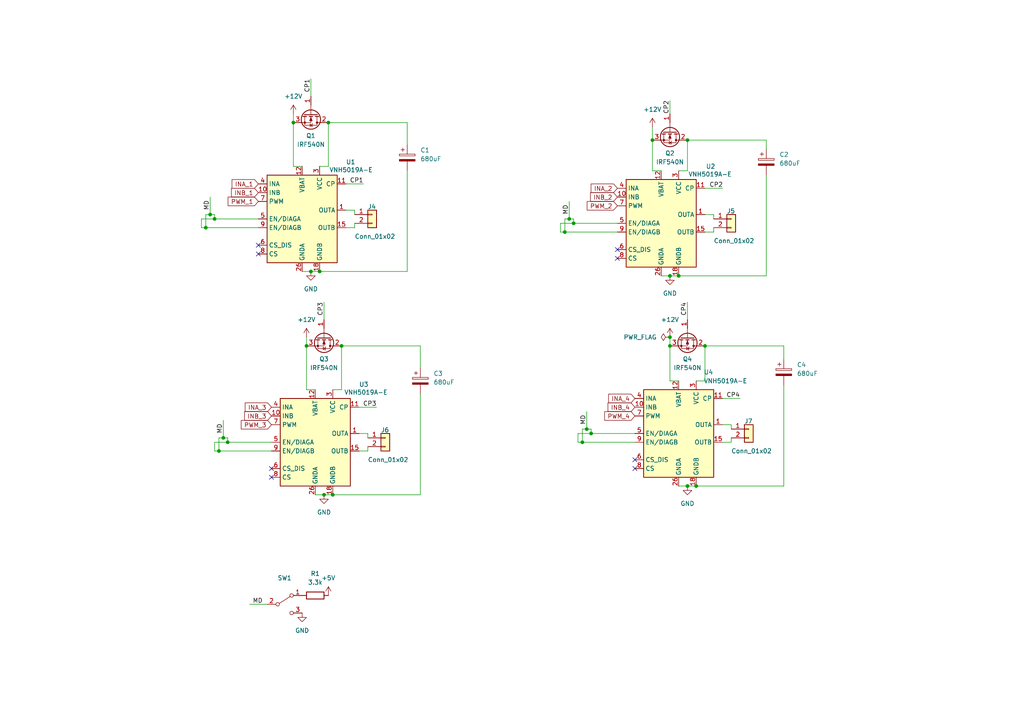
<source format=kicad_sch>
(kicad_sch (version 20231120) (generator "eeschema") (generator_version "8.0")
  (paper "A4")
  (lib_symbols
    (symbol "Connector_Generic:Conn_01x02" (pin_names (offset 1.016) hide)
      (property "Reference" "J" (at 0 2.54 0))
      (property "Value" "Conn_01x02" (at 0 -5.08 0))
      (symbol "Conn_01x02_1_1"
        (rectangle (start -1.27 -2.413) (end 0 -2.667) (stroke (width 0.1524)))
        (rectangle (start -1.27 0.127) (end 0 -0.127) (stroke (width 0.1524)))
        (rectangle (start -1.27 1.27) (end 1.27 -3.81) (stroke (width 0.254)) (fill (type background)))
        (pin passive line (at -5.08 0 0) (length 3.81) (name "Pin_1") (number "1"))
        (pin passive line (at -5.08 -2.54 0) (length 3.81) (name "Pin_2") (number "2"))
      )
    )
    (symbol "Device:C_Polarized" (pin_numbers hide) (pin_names (offset 0.254))
      (property "Reference" "C" (at 0.635 2.54 0))
      (property "Value" "C_Polarized" (at 0.635 -2.54 0))
      (symbol "C_Polarized_0_1"
        (rectangle (start -2.286 0.508) (end 2.286 1.016))
        (polyline (pts (xy -1.778 2.286) (xy -0.762 2.286)))
        (polyline (pts (xy -1.27 2.794) (xy -1.27 1.778)))
        (rectangle (start 2.286 -0.508) (end -2.286 -1.016) (fill (type outline)))
      )
      (symbol "C_Polarized_1_1"
        (pin passive line (at 0 3.81 270) (length 2.794) (name "~") (number "1"))
        (pin passive line (at 0 -3.81 90) (length 2.794) (name "~") (number "2"))
      )
    )
    (symbol "Device:R" (pin_numbers hide) (pin_names (offset 0))
      (property "Reference" "R" (at 2.032 0 90))
      (property "Value" "R" (at 0 0 90))
      (symbol "R_0_1"
        (rectangle (start -1.016 -2.54) (end 1.016 2.54) (stroke (width 0.254)))
      )
      (symbol "R_1_1"
        (pin passive line (at 0 3.81 270) (length 1.27) (name "~") (number "1"))
        (pin passive line (at 0 -3.81 90) (length 1.27) (name "~") (number "2"))
      )
    )
    (symbol "Driver_Motor:VNH5019A-E"
      (property "Reference" "U" (at -7.62 13.97 0))
      (property "Value" "VNH5019A-E" (at 12.7 13.97 0))
      (symbol "VNH5019A-E_0_1"
        (rectangle (start -10.16 12.7) (end 10.16 -12.7) (stroke (width 0.254)) (fill (type background)))
      )
      (symbol "VNH5019A-E_1_1"
        (pin output line (at 12.7 2.54 180) (length 2.54) (name "OUTA") (number "1"))
        (pin input line (at -12.7 7.62 0) (length 2.54) (name "INB") (number "10"))
        (pin output line (at 12.7 10.16 180) (length 2.54) (name "CP") (number "11"))
        (pin power_in line (at 0 15.24 270) (length 2.54) (name "VBAT") (number "12"))
        (pin passive line (at 5.08 15.24 270) (length 2.54) hide (name "VCC") (number "13"))
        (pin no_connect line (at 10.16 -10.16 180) (length 2.54) hide (name "NC") (number "14"))
        (pin output line (at 12.7 -2.54 180) (length 2.54) (name "OUTB") (number "15"))
        (pin passive line (at 12.7 -2.54 180) (length 2.54) hide (name "OUTB") (number "16"))
        (pin no_connect line (at 10.16 -5.08 180) (length 2.54) hide (name "NC") (number "17"))
        (pin power_in line (at 5.08 -15.24 90) (length 2.54) (name "GNDB") (number "18"))
        (pin passive line (at 5.08 -15.24 90) (length 2.54) hide (name "GNDB") (number "19"))
        (pin no_connect line (at 10.16 -7.62 180) (length 2.54) hide (name "NC") (number "2"))
        (pin passive line (at 5.08 -15.24 90) (length 2.54) hide (name "GNDB") (number "20"))
        (pin passive line (at 12.7 -2.54 180) (length 2.54) hide (name "OUTB") (number "21"))
        (pin no_connect line (at 10.16 0 180) (length 2.54) hide (name "NC") (number "22"))
        (pin passive line (at 5.08 15.24 270) (length 2.54) hide (name "VCC") (number "23"))
        (pin no_connect line (at 10.16 5.08 180) (length 2.54) hide (name "NC") (number "24"))
        (pin passive line (at 12.7 2.54 180) (length 2.54) hide (name "OUTA") (number "25"))
        (pin power_in line (at 0 -15.24 90) (length 2.54) (name "GNDA") (number "26"))
        (pin passive line (at 0 -15.24 90) (length 2.54) hide (name "GNDA") (number "27"))
        (pin passive line (at 0 -15.24 90) (length 2.54) hide (name "GNDA") (number "28"))
        (pin no_connect line (at 10.16 7.62 180) (length 2.54) hide (name "NC") (number "29"))
        (pin power_in line (at 5.08 15.24 270) (length 2.54) (name "VCC") (number "3"))
        (pin passive line (at 12.7 2.54 180) (length 2.54) hide (name "OUTA") (number "30"))
        (pin passive line (at 5.08 15.24 270) (length 2.54) hide (name "VCC") (number "31"))
        (pin passive line (at 12.7 -2.54 180) (length 2.54) hide (name "OUTB") (number "32"))
        (pin passive line (at 12.7 2.54 180) (length 2.54) hide (name "OUTA") (number "33"))
        (pin input line (at -12.7 10.16 0) (length 2.54) (name "INA") (number "4"))
        (pin open_collector line (at -12.7 0 0) (length 2.54) (name "EN/DIAGA") (number "5"))
        (pin input line (at -12.7 -7.62 0) (length 2.54) (name "CS_DIS") (number "6"))
        (pin input line (at -12.7 5.08 0) (length 2.54) (name "PWM") (number "7"))
        (pin output line (at -12.7 -10.16 0) (length 2.54) (name "CS") (number "8"))
        (pin open_collector line (at -12.7 -2.54 0) (length 2.54) (name "EN/DIAGB") (number "9"))
      )
    )
    (symbol "IRF540N_1" (pin_names hide)
      (property "Reference" "Q2" (at 6.35 0 90))
      (property "Value" "IRF540N" (at 8.89 0 90))
      (symbol "IRF540N_1_0_1"
        (polyline (pts (xy 0.254 0) (xy -2.54 0)))
        (polyline (pts (xy 0.254 1.905) (xy 0.254 -1.905)) (stroke (width 0.254)))
        (polyline (pts (xy 0.762 -1.27) (xy 0.762 -2.286)) (stroke (width 0.254)))
        (polyline (pts (xy 0.762 0.508) (xy 0.762 -0.508)) (stroke (width 0.254)))
        (polyline (pts (xy 0.762 2.286) (xy 0.762 1.27)) (stroke (width 0.254)))
        (polyline (pts (xy 2.54 2.54) (xy 2.54 1.778)))
        (polyline (pts (xy 2.54 -2.54) (xy 2.54 0) (xy 0.762 0)))
        (polyline (pts (xy 0.762 -1.778) (xy 3.302 -1.778) (xy 3.302 1.778) (xy 0.762 1.778)))
        (polyline (pts (xy 1.016 0) (xy 2.032 0.381) (xy 2.032 -0.381) (xy 1.016 0)) (fill (type outline)))
        (polyline (pts (xy 2.794 0.508) (xy 2.921 0.381) (xy 3.683 0.381) (xy 3.81 0.254)))
        (polyline (pts (xy 3.302 0.381) (xy 2.921 -0.254) (xy 3.683 -0.254) (xy 3.302 0.381)))
        (circle (center 1.651 0) (radius 2.794) (stroke (width 0.254)))
        (circle (center 2.54 -1.778) (radius 0.254) (fill (type outline)))
        (circle (center 2.54 1.778) (radius 0.254) (fill (type outline)))
      )
      (symbol "IRF540N_1_1_1"
        (pin input line (at -5.08 0 0) (length 2.54) (name "G") (number "1"))
        (pin power_out line (at 2.54 5.08 270) (length 2.54) (name "D") (number "2"))
        (pin power_in line (at 2.54 -5.08 90) (length 2.54) (name "S") (number "3"))
      )
    )
    (symbol "IRF540N_2" (pin_names hide)
      (property "Reference" "Q1" (at 6.35 0 90))
      (property "Value" "IRF540N" (at 8.89 0 90))
      (symbol "IRF540N_2_0_1"
        (polyline (pts (xy 0.254 0) (xy -2.54 0)))
        (polyline (pts (xy 0.254 1.905) (xy 0.254 -1.905)) (stroke (width 0.254)))
        (polyline (pts (xy 0.762 -1.27) (xy 0.762 -2.286)) (stroke (width 0.254)))
        (polyline (pts (xy 0.762 0.508) (xy 0.762 -0.508)) (stroke (width 0.254)))
        (polyline (pts (xy 0.762 2.286) (xy 0.762 1.27)) (stroke (width 0.254)))
        (polyline (pts (xy 2.54 2.54) (xy 2.54 1.778)))
        (polyline (pts (xy 2.54 -2.54) (xy 2.54 0) (xy 0.762 0)))
        (polyline (pts (xy 0.762 -1.778) (xy 3.302 -1.778) (xy 3.302 1.778) (xy 0.762 1.778)))
        (polyline (pts (xy 1.016 0) (xy 2.032 0.381) (xy 2.032 -0.381) (xy 1.016 0)) (fill (type outline)))
        (polyline (pts (xy 2.794 0.508) (xy 2.921 0.381) (xy 3.683 0.381) (xy 3.81 0.254)))
        (polyline (pts (xy 3.302 0.381) (xy 2.921 -0.254) (xy 3.683 -0.254) (xy 3.302 0.381)))
        (circle (center 1.651 0) (radius 2.794) (stroke (width 0.254)))
        (circle (center 2.54 -1.778) (radius 0.254) (fill (type outline)))
        (circle (center 2.54 1.778) (radius 0.254) (fill (type outline)))
      )
      (symbol "IRF540N_2_1_1"
        (pin input line (at -5.08 0 0) (length 2.54) (name "G") (number "1"))
        (pin power_out line (at 2.54 5.08 270) (length 2.54) (name "D") (number "2"))
        (pin power_in line (at 2.54 -5.08 90) (length 2.54) (name "S") (number "3"))
      )
    )
    (symbol "IRF540N_3" (pin_names hide)
      (property "Reference" "Q3" (at 6.35 0 90))
      (property "Value" "IRF540N" (at 8.89 0 90))
      (symbol "IRF540N_3_0_1"
        (polyline (pts (xy 0.254 0) (xy -2.54 0)))
        (polyline (pts (xy 0.254 1.905) (xy 0.254 -1.905)) (stroke (width 0.254)))
        (polyline (pts (xy 0.762 -1.27) (xy 0.762 -2.286)) (stroke (width 0.254)))
        (polyline (pts (xy 0.762 0.508) (xy 0.762 -0.508)) (stroke (width 0.254)))
        (polyline (pts (xy 0.762 2.286) (xy 0.762 1.27)) (stroke (width 0.254)))
        (polyline (pts (xy 2.54 2.54) (xy 2.54 1.778)))
        (polyline (pts (xy 2.54 -2.54) (xy 2.54 0) (xy 0.762 0)))
        (polyline (pts (xy 0.762 -1.778) (xy 3.302 -1.778) (xy 3.302 1.778) (xy 0.762 1.778)))
        (polyline (pts (xy 1.016 0) (xy 2.032 0.381) (xy 2.032 -0.381) (xy 1.016 0)) (fill (type outline)))
        (polyline (pts (xy 2.794 0.508) (xy 2.921 0.381) (xy 3.683 0.381) (xy 3.81 0.254)))
        (polyline (pts (xy 3.302 0.381) (xy 2.921 -0.254) (xy 3.683 -0.254) (xy 3.302 0.381)))
        (circle (center 1.651 0) (radius 2.794) (stroke (width 0.254)))
        (circle (center 2.54 -1.778) (radius 0.254) (fill (type outline)))
        (circle (center 2.54 1.778) (radius 0.254) (fill (type outline)))
      )
      (symbol "IRF540N_3_1_1"
        (pin input line (at -5.08 0 0) (length 2.54) (name "G") (number "1"))
        (pin power_out line (at 2.54 5.08 270) (length 2.54) (name "D") (number "2"))
        (pin power_in line (at 2.54 -5.08 90) (length 2.54) (name "S") (number "3"))
      )
    )
    (symbol "Switch:SW_SPDT" (pin_names (offset 0) hide)
      (property "Reference" "SW" (at 0 4.318 0))
      (property "Value" "SW_SPDT" (at 0 -5.08 0))
      (symbol "SW_SPDT_0_0"
        (circle (center -2.032 0) (radius 0.508))
        (circle (center 2.032 -2.54) (radius 0.508))
      )
      (symbol "SW_SPDT_0_1"
        (polyline (pts (xy -1.524 0.254) (xy 1.651 2.286)))
        (circle (center 2.032 2.54) (radius 0.508))
      )
      (symbol "SW_SPDT_1_1"
        (pin passive line (at 5.08 2.54 180) (length 2.54) (name "A") (number "1"))
        (pin passive line (at -5.08 0 0) (length 2.54) (name "B") (number "2"))
        (pin passive line (at 5.08 -2.54 180) (length 2.54) (name "C") (number "3"))
      )
    )
    (symbol "Transistor_FET:IRF540N" (pin_names hide)
      (property "Reference" "Q4" (at 6.35 0 90))
      (property "Value" "IRF540N" (at 8.89 0 90))
      (symbol "IRF540N_0_1"
        (polyline (pts (xy 0.254 0) (xy -2.54 0)))
        (polyline (pts (xy 0.254 1.905) (xy 0.254 -1.905)) (stroke (width 0.254)))
        (polyline (pts (xy 0.762 -1.27) (xy 0.762 -2.286)) (stroke (width 0.254)))
        (polyline (pts (xy 0.762 0.508) (xy 0.762 -0.508)) (stroke (width 0.254)))
        (polyline (pts (xy 0.762 2.286) (xy 0.762 1.27)) (stroke (width 0.254)))
        (polyline (pts (xy 2.54 2.54) (xy 2.54 1.778)))
        (polyline (pts (xy 2.54 -2.54) (xy 2.54 0) (xy 0.762 0)))
        (polyline (pts (xy 0.762 -1.778) (xy 3.302 -1.778) (xy 3.302 1.778) (xy 0.762 1.778)))
        (polyline (pts (xy 1.016 0) (xy 2.032 0.381) (xy 2.032 -0.381) (xy 1.016 0)) (fill (type outline)))
        (polyline (pts (xy 2.794 0.508) (xy 2.921 0.381) (xy 3.683 0.381) (xy 3.81 0.254)))
        (polyline (pts (xy 3.302 0.381) (xy 2.921 -0.254) (xy 3.683 -0.254) (xy 3.302 0.381)))
        (circle (center 1.651 0) (radius 2.794) (stroke (width 0.254)))
        (circle (center 2.54 -1.778) (radius 0.254) (fill (type outline)))
        (circle (center 2.54 1.778) (radius 0.254) (fill (type outline)))
      )
      (symbol "IRF540N_1_1"
        (pin input line (at -5.08 0 0) (length 2.54) (name "G") (number "1"))
        (pin power_out line (at 2.54 5.08 270) (length 2.54) (name "D") (number "2"))
        (pin power_in line (at 2.54 -5.08 90) (length 2.54) (name "S") (number "3"))
      )
    )
    (symbol "power:+12V" (power) (pin_names (offset 0))
      (property "Value" "+12V" (at 0 3.556 0))
      (symbol "+12V_0_1"
        (polyline (pts (xy -0.762 1.27) (xy 0 2.54)))
        (polyline (pts (xy 0 0) (xy 0 2.54)))
        (polyline (pts (xy 0 2.54) (xy 0.762 1.27)))
      )
      (symbol "+12V_1_1"
        (pin power_in line (at 0 0 90) (length 0) hide (name "+12V") (number "1"))
      )
    )
    (symbol "power:+5V" (power) (pin_names (offset 0))
      (property "Value" "+5V" (at 0 3.556 0))
      (symbol "+5V_0_1"
        (polyline (pts (xy -0.762 1.27) (xy 0 2.54)))
        (polyline (pts (xy 0 0) (xy 0 2.54)))
        (polyline (pts (xy 0 2.54) (xy 0.762 1.27)))
      )
      (symbol "+5V_1_1"
        (pin power_in line (at 0 0 90) (length 0) hide (name "+5V") (number "1"))
      )
    )
    (symbol "power:GND" (power) (pin_names (offset 0))
      (property "Value" "GND" (at 0 -3.81 0))
      (symbol "GND_0_1"
        (polyline (pts (xy 0 0) (xy 0 -1.27) (xy 1.27 -1.27) (xy 0 -2.54) (xy -1.27 -1.27) (xy 0 -1.27)))
      )
      (symbol "GND_1_1"
        (pin power_in line (at 0 0 270) (length 0) hide (name "GND") (number "1"))
      )
    )
    (symbol "power:PWR_FLAG" (power) (pin_numbers hide) (pin_names (offset 0) hide)
      (property "Value" "PWR_FLAG" (at 0 3.81 0))
      (symbol "PWR_FLAG_0_0"
        (pin power_out line (at 0 0 90) (length 0) (name "pwr") (number "1"))
      )
      (symbol "PWR_FLAG_0_1"
        (polyline (pts (xy 0 0) (xy 0 1.27) (xy -1.016 1.905) (xy 0 2.54) (xy 1.016 1.905) (xy 0 1.27)))
      )
    )
  )
  (junction (at 85.09 35.56))
  (junction (at 62.23 63.5))
  (junction (at 204.47 100.33))
  (junction (at 93.98 143.51))
  (junction (at 196.85 80.01))
  (junction (at 171.45 125.73))
  (junction (at 199.39 140.97))
  (junction (at 66.04 128.27))
  (junction (at 63.5 130.81))
  (junction (at 168.91 128.27))
  (junction (at 59.69 66.04))
  (junction (at 96.52 143.51))
  (junction (at 163.83 67.31))
  (junction (at 166.37 64.77))
  (junction (at 165.1 63.5))
  (junction (at 95.25 35.56))
  (junction (at 189.23 40.64))
  (junction (at 199.39 40.64))
  (junction (at 64.77 127))
  (junction (at 92.71 78.74))
  (junction (at 90.17 78.74))
  (junction (at 194.31 97.79))
  (junction (at 201.93 140.97))
  (junction (at 60.96 62.23))
  (junction (at 194.31 80.01))
  (junction (at 99.06 100.33))
  (junction (at 194.31 100.33))
  (junction (at 170.18 124.46))
  (junction (at 88.9 100.33))
  (no_connect (at 74.93 73.66))
  (no_connect (at 184.15 135.89))
  (no_connect (at 78.74 135.89))
  (no_connect (at 74.93 71.12))
  (no_connect (at 78.74 138.43))
  (no_connect (at 179.07 72.39))
  (no_connect (at 184.15 133.35))
  (no_connect (at 179.07 74.93))
  (wire (pts (xy 64.77 127) (xy 66.04 127)))
  (wire (pts (xy 102.87 60.96) (xy 102.87 62.23)))
  (wire (pts (xy 204.47 110.49) (xy 204.47 100.33)))
  (wire (pts (xy 85.09 35.56) (xy 85.09 48.26)))
  (wire (pts (xy 194.31 100.33) (xy 194.31 110.49)))
  (wire (pts (xy 194.31 33.02) (xy 194.31 29.21)))
  (wire (pts (xy 227.33 140.97) (xy 201.93 140.97)))
  (wire (pts (xy 100.33 53.34) (xy 105.41 53.34)))
  (wire (pts (xy 227.33 111.76) (xy 227.33 140.97)))
  (wire (pts (xy 227.33 100.33) (xy 227.33 104.14)))
  (wire (pts (xy 191.77 80.01) (xy 194.31 80.01)))
  (wire (pts (xy 168.91 124.46) (xy 168.91 128.27)))
  (wire (pts (xy 106.68 130.81) (xy 106.68 129.54)))
  (wire (pts (xy 95.25 48.26) (xy 95.25 35.56)))
  (wire (pts (xy 58.42 63.5) (xy 58.42 66.04)))
  (wire (pts (xy 194.31 80.01) (xy 196.85 80.01)))
  (wire (pts (xy 62.23 62.23) (xy 62.23 63.5)))
  (wire (pts (xy 91.44 143.51) (xy 93.98 143.51)))
  (wire (pts (xy 171.45 125.73) (xy 184.15 125.73)))
  (wire (pts (xy 60.96 57.15) (xy 60.96 62.23)))
  (wire (pts (xy 168.91 128.27) (xy 184.15 128.27)))
  (wire (pts (xy 106.68 125.73) (xy 106.68 127)))
  (wire (pts (xy 170.18 124.46) (xy 171.45 124.46)))
  (wire (pts (xy 92.71 48.26) (xy 95.25 48.26)))
  (wire (pts (xy 207.01 62.23) (xy 207.01 63.5)))
  (wire (pts (xy 63.5 127) (xy 64.77 127)))
  (wire (pts (xy 59.69 66.04) (xy 74.93 66.04)))
  (wire (pts (xy 88.9 97.79) (xy 88.9 100.33)))
  (wire (pts (xy 62.23 63.5) (xy 58.42 63.5)))
  (wire (pts (xy 104.14 118.11) (xy 109.22 118.11)))
  (wire (pts (xy 66.04 128.27) (xy 78.74 128.27)))
  (wire (pts (xy 222.25 50.8) (xy 222.25 80.01)))
  (wire (pts (xy 166.37 63.5) (xy 166.37 64.77)))
  (wire (pts (xy 204.47 62.23) (xy 207.01 62.23)))
  (wire (pts (xy 171.45 125.73) (xy 167.64 125.73)))
  (wire (pts (xy 62.23 63.5) (xy 74.93 63.5)))
  (wire (pts (xy 163.83 63.5) (xy 165.1 63.5)))
  (wire (pts (xy 87.63 48.26) (xy 85.09 48.26)))
  (wire (pts (xy 165.1 58.42) (xy 165.1 63.5)))
  (wire (pts (xy 64.77 121.92) (xy 64.77 127)))
  (wire (pts (xy 204.47 100.33) (xy 227.33 100.33)))
  (wire (pts (xy 90.17 78.74) (xy 92.71 78.74)))
  (wire (pts (xy 104.14 130.81) (xy 106.68 130.81)))
  (wire (pts (xy 162.56 64.77) (xy 162.56 67.31)))
  (wire (pts (xy 100.33 66.04) (xy 102.87 66.04)))
  (wire (pts (xy 196.85 80.01) (xy 222.25 80.01)))
  (wire (pts (xy 196.85 140.97) (xy 199.39 140.97)))
  (wire (pts (xy 62.23 128.27) (xy 62.23 130.81)))
  (wire (pts (xy 168.91 124.46) (xy 170.18 124.46)))
  (wire (pts (xy 102.87 66.04) (xy 102.87 64.77)))
  (wire (pts (xy 196.85 110.49) (xy 194.31 110.49)))
  (wire (pts (xy 204.47 67.31) (xy 207.01 67.31)))
  (wire (pts (xy 163.83 67.31) (xy 179.07 67.31)))
  (wire (pts (xy 163.83 67.31) (xy 162.56 67.31)))
  (wire (pts (xy 91.44 113.03) (xy 88.9 113.03)))
  (wire (pts (xy 199.39 49.53) (xy 196.85 49.53)))
  (wire (pts (xy 165.1 63.5) (xy 166.37 63.5)))
  (wire (pts (xy 209.55 115.57) (xy 214.63 115.57)))
  (wire (pts (xy 168.91 128.27) (xy 167.64 128.27)))
  (wire (pts (xy 199.39 40.64) (xy 199.39 49.53)))
  (wire (pts (xy 212.09 123.19) (xy 212.09 124.46)))
  (wire (pts (xy 201.93 110.49) (xy 204.47 110.49)))
  (wire (pts (xy 121.92 100.33) (xy 121.92 106.68)))
  (wire (pts (xy 121.92 143.51) (xy 96.52 143.51)))
  (wire (pts (xy 100.33 60.96) (xy 102.87 60.96)))
  (wire (pts (xy 99.06 113.03) (xy 99.06 100.33)))
  (wire (pts (xy 209.55 128.27) (xy 212.09 128.27)))
  (wire (pts (xy 194.31 97.79) (xy 194.31 100.33)))
  (wire (pts (xy 90.17 27.94) (xy 90.17 22.86)))
  (wire (pts (xy 118.11 78.74) (xy 92.71 78.74)))
  (wire (pts (xy 99.06 100.33) (xy 121.92 100.33)))
  (wire (pts (xy 199.39 140.97) (xy 201.93 140.97)))
  (wire (pts (xy 212.09 128.27) (xy 212.09 127)))
  (wire (pts (xy 166.37 64.77) (xy 162.56 64.77)))
  (wire (pts (xy 59.69 66.04) (xy 58.42 66.04)))
  (wire (pts (xy 163.83 63.5) (xy 163.83 67.31)))
  (wire (pts (xy 118.11 49.53) (xy 118.11 78.74)))
  (wire (pts (xy 189.23 36.83) (xy 189.23 40.64)))
  (wire (pts (xy 88.9 100.33) (xy 88.9 113.03)))
  (wire (pts (xy 63.5 130.81) (xy 62.23 130.81)))
  (wire (pts (xy 209.55 123.19) (xy 212.09 123.19)))
  (wire (pts (xy 93.98 92.71) (xy 93.98 87.63)))
  (wire (pts (xy 167.64 125.73) (xy 167.64 128.27)))
  (wire (pts (xy 59.69 62.23) (xy 60.96 62.23)))
  (wire (pts (xy 60.96 62.23) (xy 62.23 62.23)))
  (wire (pts (xy 204.47 54.61) (xy 209.55 54.61)))
  (wire (pts (xy 222.25 40.64) (xy 222.25 43.18)))
  (wire (pts (xy 104.14 125.73) (xy 106.68 125.73)))
  (wire (pts (xy 121.92 114.3) (xy 121.92 143.51)))
  (wire (pts (xy 66.04 128.27) (xy 62.23 128.27)))
  (wire (pts (xy 199.39 92.71) (xy 199.39 87.63)))
  (wire (pts (xy 72.39 175.26) (xy 77.47 175.26)))
  (wire (pts (xy 93.98 143.51) (xy 96.52 143.51)))
  (wire (pts (xy 189.23 40.64) (xy 189.23 49.53)))
  (wire (pts (xy 87.63 78.74) (xy 90.17 78.74)))
  (wire (pts (xy 170.18 119.38) (xy 170.18 124.46)))
  (wire (pts (xy 166.37 64.77) (xy 179.07 64.77)))
  (wire (pts (xy 199.39 40.64) (xy 222.25 40.64)))
  (wire (pts (xy 96.52 113.03) (xy 99.06 113.03)))
  (wire (pts (xy 118.11 35.56) (xy 118.11 41.91)))
  (wire (pts (xy 66.04 127) (xy 66.04 128.27)))
  (wire (pts (xy 95.25 35.56) (xy 118.11 35.56)))
  (wire (pts (xy 85.09 33.02) (xy 85.09 35.56)))
  (wire (pts (xy 171.45 124.46) (xy 171.45 125.73)))
  (wire (pts (xy 63.5 130.81) (xy 78.74 130.81)))
  (wire (pts (xy 191.77 49.53) (xy 189.23 49.53)))
  (wire (pts (xy 59.69 62.23) (xy 59.69 66.04)))
  (wire (pts (xy 207.01 67.31) (xy 207.01 66.04)))
  (wire (pts (xy 63.5 127) (xy 63.5 130.81)))
  (label "MD" (at 64.77 125.73 90))
  (label "CP2" (at 194.31 33.02 90))
  (label "MD" (at 165.1 62.23 90))
  (label "CP3" (at 109.22 118.11 180))
  (label "MD" (at 60.96 60.96 90))
  (label "CP2" (at 205.74 54.61 0))
  (label "MD" (at 76.2 175.26 180))
  (label "CP4" (at 199.39 87.63 270))
  (label "CP1" (at 90.17 22.86 270))
  (label "CP3" (at 93.98 87.63 270))
  (label "MD" (at 170.18 123.19 90))
  (label "CP1" (at 105.41 53.34 180))
  (label "CP4" (at 214.63 115.57 180))
  (global_label "PWM_2" (shape input) (at 179.07 59.69 180) (property "Intersheetrefs" "${INTERSHEET_REFS}" (effects (hide yes))))
  (global_label "INA_3" (shape input) (at 78.74 118.11 180) (property "Intersheetrefs" "${INTERSHEET_REFS}" (effects (hide yes))))
  (global_label "PWM_3" (shape input) (at 78.74 123.19 180) (property "Intersheetrefs" "${INTERSHEET_REFS}" (effects (hide yes))))
  (global_label "INB_3" (shape input) (at 78.74 120.65 180) (property "Intersheetrefs" "${INTERSHEET_REFS}" (effects (hide yes))))
  (global_label "INB_1" (shape input) (at 74.93 55.88 180) (property "Intersheetrefs" "${INTERSHEET_REFS}" (effects (hide yes))))
  (global_label "INA_1" (shape input) (at 74.93 53.34 180) (property "Intersheetrefs" "${INTERSHEET_REFS}" (effects (hide yes))))
  (global_label "PWM_4" (shape input) (at 184.15 120.65 180) (property "Intersheetrefs" "${INTERSHEET_REFS}" (effects (hide yes))))
  (global_label "PWM_1" (shape input) (at 74.93 58.42 180) (property "Intersheetrefs" "${INTERSHEET_REFS}" (effects (hide yes))))
  (global_label "INB_2" (shape input) (at 179.07 57.15 180) (property "Intersheetrefs" "${INTERSHEET_REFS}" (effects (hide yes))))
  (global_label "INA_2" (shape input) (at 179.07 54.61 180) (property "Intersheetrefs" "${INTERSHEET_REFS}" (effects (hide yes))))
  (global_label "INA_4" (shape input) (at 184.15 115.57 180) (property "Intersheetrefs" "${INTERSHEET_REFS}" (effects (hide yes))))
  (global_label "INB_4" (shape input) (at 184.15 118.11 180) (property "Intersheetrefs" "${INTERSHEET_REFS}" (effects (hide yes))))
  (symbol (lib_id "Connector_Generic:Conn_01x02") (at 217.17 124.46 0) (unit 1)
    (property "Reference" "J7" (at 215.9 122.174 0) (effects (justify left)))
    (property "Value" "Conn_01x02" (at 212.09 130.81 0) (effects (justify left)))
    (property "Footprint" "Connector_AMASS:AMASS_XT30UPB-F_1x02_P5.0mm_Vertical" (effects (hide yes)))
    (property "Description" "Generic connector, single row, 01x02, script generated (kicad-library-utils/schlib/autogen/connector/)" (effects (hide yes)))
  )
  (symbol (lib_id "power:GND") (at 199.39 140.97 0) (unit 1)
    (property "Reference" "#PWR021" (effects (hide yes)))
    (property "Value" "GND" (at 199.39 146.05 0))
    (property "Description" "Power symbol creates a global label with name \"GND\" , ground" (effects (hide yes)))
  )
  (symbol (lib_id "power:GND") (at 93.98 143.51 0) (unit 1)
    (property "Reference" "#PWR015" (effects (hide yes)))
    (property "Value" "GND" (at 93.98 148.59 0))
    (property "Description" "Power symbol creates a global label with name \"GND\" , ground" (effects (hide yes)))
  )
  (symbol (lib_id "Transistor_FET:IRF540N") (at 199.39 97.79 270) (unit 1)
    (property "Reference" "Q4" (at 199.39 104.14 90))
    (property "Value" "IRF540N" (at 199.39 106.68 90))
    (property "Footprint" "Package_TO_SOT_THT:TO-220-3_Vertical" (effects (hide yes)))
    (property "Datasheet" "http://www.irf.com/product-info/datasheets/data/irf540n.pdf" (effects (hide yes)))
    (property "Description" "33A Id, 100V Vds, HEXFET N-Channel MOSFET, TO-220" (effects (hide yes)))
  )
  (symbol (lib_id "power:+12V") (at 189.23 36.83 0) (unit 1)
    (property "Reference" "#PWR011" (effects (hide yes)))
    (property "Value" "+12V" (at 189.23 31.75 0))
    (property "Description" "Power symbol creates a global label with name \"+12V\"" (effects (hide yes)))
  )
  (symbol (lib_id "power:+12V") (at 194.31 97.79 0) (unit 1)
    (property "Reference" "#PWR017" (effects (hide yes)))
    (property "Value" "+12V" (at 194.31 92.71 0))
    (property "Description" "Power symbol creates a global label with name \"+12V\"" (effects (hide yes)))
  )
  (symbol (lib_id "Switch:SW_SPDT") (at 82.55 175.26 0) (unit 1)
    (property "Reference" "SW1" (at 82.55 167.64 0))
    (property "Value" "SW_SPDT" (effects (hide yes)))
    (property "Footprint" "Connector_JST:JST_XH_B3B-XH-AM_1x03_P2.50mm_Vertical" (effects (hide yes)))
    (property "Description" "Switch, single pole double throw" (effects (hide yes)))
  )
  (symbol (lib_id "power:+12V") (at 85.09 33.02 0) (unit 1)
    (property "Reference" "#PWR018" (effects (hide yes)))
    (property "Value" "+12V" (at 85.09 27.94 0))
    (property "Description" "Power symbol creates a global label with name \"+12V\"" (effects (hide yes)))
  )
  (symbol (lib_id "Connector_Generic:Conn_01x02") (at 111.76 127 0) (unit 1)
    (property "Reference" "J6" (at 110.49 124.714 0) (effects (justify left)))
    (property "Value" "Conn_01x02" (at 106.68 133.35 0) (effects (justify left)))
    (property "Footprint" "Connector_AMASS:AMASS_XT30UPB-F_1x02_P5.0mm_Vertical" (effects (hide yes)))
    (property "Description" "Generic connector, single row, 01x02, script generated (kicad-library-utils/schlib/autogen/connector/)" (effects (hide yes)))
  )
  (symbol (lib_id "power:+12V") (at 88.9 97.79 0) (unit 1)
    (property "Reference" "#PWR014" (effects (hide yes)))
    (property "Value" "+12V" (at 88.9 92.71 0))
    (property "Description" "Power symbol creates a global label with name \"+12V\"" (effects (hide yes)))
  )
  (symbol (lib_id "power:GND") (at 90.17 78.74 0) (unit 1)
    (property "Reference" "#PWR019" (effects (hide yes)))
    (property "Value" "GND" (at 90.17 83.82 0))
    (property "Description" "Power symbol creates a global label with name \"GND\" , ground" (effects (hide yes)))
  )
  (symbol (lib_id "power:+5V") (at 95.25 172.72 0) (unit 1)
    (property "Reference" "#PWR09" (effects (hide yes)))
    (property "Value" "+5V" (at 95.25 167.64 0))
    (property "Description" "Power symbol creates a global label with name \"+5V\"" (effects (hide yes)))
  )
  (symbol (lib_id "Driver_Motor:VNH5019A-E") (at 191.77 64.77 0) (unit 1)
    (property "Reference" "U2" (at 204.724 48.26 0) (effects (justify left)))
    (property "Value" "VNH5019A-E" (at 199.644 50.546 0) (effects (justify left)))
    (property "Footprint" "Board:VNH5019A-E_SO-30" (effects (hide yes)))
    (property "Datasheet" "https://www.st.com/resource/en/datasheet/vnh5019a-e.pdf" (effects (hide yes)))
    (property "Description" "Full Bridge Motor Driver, 41V, 30A, -40 to 150C, MultiPowerSO-30" (effects (hide yes)))
  )
  (symbol (lib_name "IRF540N_1") (lib_id "Transistor_FET:IRF540N") (at 194.31 38.1 270) (unit 1)
    (property "Reference" "Q2" (at 194.31 44.45 90))
    (property "Value" "IRF540N" (at 194.31 46.99 90))
    (property "Footprint" "Package_TO_SOT_THT:TO-220-3_Vertical" (effects (hide yes)))
    (property "Datasheet" "http://www.irf.com/product-info/datasheets/data/irf540n.pdf" (effects (hide yes)))
    (property "Description" "33A Id, 100V Vds, HEXFET N-Channel MOSFET, TO-220" (effects (hide yes)))
  )
  (symbol (lib_id "Connector_Generic:Conn_01x02") (at 107.95 62.23 0) (unit 1)
    (property "Reference" "J4" (at 106.68 59.944 0) (effects (justify left)))
    (property "Value" "Conn_01x02" (at 102.87 68.58 0) (effects (justify left)))
    (property "Footprint" "Connector_AMASS:AMASS_XT30UPB-F_1x02_P5.0mm_Vertical" (effects (hide yes)))
    (property "Description" "Generic connector, single row, 01x02, script generated (kicad-library-utils/schlib/autogen/connector/)" (effects (hide yes)))
  )
  (symbol (lib_name "IRF540N_2") (lib_id "Transistor_FET:IRF540N") (at 90.17 33.02 270) (unit 1)
    (property "Reference" "Q1" (at 90.17 39.37 90))
    (property "Value" "IRF540N" (at 90.17 41.91 90))
    (property "Footprint" "Package_TO_SOT_THT:TO-220-3_Vertical" (effects (hide yes)))
    (property "Datasheet" "http://www.irf.com/product-info/datasheets/data/irf540n.pdf" (effects (hide yes)))
    (property "Description" "33A Id, 100V Vds, HEXFET N-Channel MOSFET, TO-220" (effects (hide yes)))
  )
  (symbol (lib_name "IRF540N_3") (lib_id "Transistor_FET:IRF540N") (at 93.98 97.79 270) (unit 1)
    (property "Reference" "Q3" (at 93.98 104.14 90))
    (property "Value" "IRF540N" (at 93.98 106.68 90))
    (property "Footprint" "Package_TO_SOT_THT:TO-220-3_Vertical" (effects (hide yes)))
    (property "Datasheet" "http://www.irf.com/product-info/datasheets/data/irf540n.pdf" (effects (hide yes)))
    (property "Description" "33A Id, 100V Vds, HEXFET N-Channel MOSFET, TO-220" (effects (hide yes)))
  )
  (symbol (lib_id "Driver_Motor:VNH5019A-E") (at 91.44 128.27 0) (unit 1)
    (property "Reference" "U3" (at 104.14 111.506 0) (effects (justify left)))
    (property "Value" "VNH5019A-E" (at 99.822 113.792 0) (effects (justify left)))
    (property "Footprint" "Board:VNH5019A-E_SO-30" (effects (hide yes)))
    (property "Datasheet" "https://www.st.com/resource/en/datasheet/vnh5019a-e.pdf" (effects (hide yes)))
    (property "Description" "Full Bridge Motor Driver, 41V, 30A, -40 to 150C, MultiPowerSO-30" (effects (hide yes)))
  )
  (symbol (lib_id "Device:C_Polarized") (at 118.11 45.72 0) (unit 1)
    (property "Reference" "C1" (at 121.92 43.5609 0) (effects (justify left)))
    (property "Value" "680uF" (at 121.92 46.1009 0) (effects (justify left)))
    (property "Footprint" "Capacitor_THT:CP_Radial_D8.0mm_P3.50mm" (effects (hide yes)))
    (property "Description" "Polarized capacitor" (effects (hide yes)))
  )
  (symbol (lib_id "power:PWR_FLAG") (at 194.31 97.79 90) (unit 1)
    (property "Reference" "#FLG01" (effects (hide yes)))
    (property "Value" "PWR_FLAG" (at 190.5 97.7899 90) (effects (justify left)))
    (property "Description" "Special symbol for telling ERC where power comes from" (effects (hide yes)))
  )
  (symbol (lib_id "Connector_Generic:Conn_01x02") (at 212.09 63.5 0) (unit 1)
    (property "Reference" "J5" (at 210.82 61.214 0) (effects (justify left)))
    (property "Value" "Conn_01x02" (at 207.01 69.85 0) (effects (justify left)))
    (property "Footprint" "Connector_AMASS:AMASS_XT30UPB-F_1x02_P5.0mm_Vertical" (effects (hide yes)))
    (property "Description" "Generic connector, single row, 01x02, script generated (kicad-library-utils/schlib/autogen/connector/)" (effects (hide yes)))
  )
  (symbol (lib_id "Device:C_Polarized") (at 227.33 107.95 0) (unit 1)
    (property "Reference" "C4" (at 231.14 105.7909 0) (effects (justify left)))
    (property "Value" "680uF" (at 231.14 108.3309 0) (effects (justify left)))
    (property "Footprint" "Capacitor_THT:CP_Radial_D8.0mm_P3.50mm" (effects (hide yes)))
    (property "Description" "Polarized capacitor" (effects (hide yes)))
  )
  (symbol (lib_id "power:GND") (at 87.63 177.8 0) (unit 1)
    (property "Reference" "#PWR010" (effects (hide yes)))
    (property "Value" "GND" (at 87.63 182.88 0))
    (property "Description" "Power symbol creates a global label with name \"GND\" , ground" (effects (hide yes)))
  )
  (symbol (lib_id "Device:R") (at 91.44 172.72 90) (unit 1)
    (property "Reference" "R1" (at 91.44 166.37 90))
    (property "Value" "3.3k" (at 91.44 168.91 90))
    (property "Footprint" "Resistor_SMD:R_0603_1608Metric_Pad0.98x0.95mm_HandSolder" (effects (hide yes)))
    (property "Description" "Resistor" (effects (hide yes)))
  )
  (symbol (lib_id "Driver_Motor:VNH5019A-E") (at 196.85 125.73 0) (unit 1)
    (property "Reference" "U4" (at 204.1241 107.95 0) (effects (justify left)))
    (property "Value" "VNH5019A-E" (at 204.1241 110.49 0) (effects (justify left)))
    (property "Footprint" "Board:VNH5019A-E_SO-30" (effects (hide yes)))
    (property "Datasheet" "https://www.st.com/resource/en/datasheet/vnh5019a-e.pdf" (effects (hide yes)))
    (property "Description" "Full Bridge Motor Driver, 41V, 30A, -40 to 150C, MultiPowerSO-30" (effects (hide yes)))
  )
  (symbol (lib_id "Device:C_Polarized") (at 222.25 46.99 0) (unit 1)
    (property "Reference" "C2" (at 226.06 44.8309 0) (effects (justify left)))
    (property "Value" "680uF" (at 226.06 47.3709 0) (effects (justify left)))
    (property "Footprint" "Capacitor_THT:CP_Radial_D8.0mm_P3.50mm" (effects (hide yes)))
    (property "Description" "Polarized capacitor" (effects (hide yes)))
  )
  (symbol (lib_id "Driver_Motor:VNH5019A-E") (at 87.63 63.5 0) (unit 1)
    (property "Reference" "U1" (at 100.33 46.99 0) (effects (justify left)))
    (property "Value" "VNH5019A-E" (at 95.504 49.276 0) (effects (justify left)))
    (property "Footprint" "Board:VNH5019A-E_SO-30" (effects (hide yes)))
    (property "Datasheet" "https://www.st.com/resource/en/datasheet/vnh5019a-e.pdf" (effects (hide yes)))
    (property "Description" "Full Bridge Motor Driver, 41V, 30A, -40 to 150C, MultiPowerSO-30" (effects (hide yes)))
  )
  (symbol (lib_id "Device:C_Polarized") (at 121.92 110.49 0) (unit 1)
    (property "Reference" "C3" (at 125.73 108.3309 0) (effects (justify left)))
    (property "Value" "680uF" (at 125.73 110.8709 0) (effects (justify left)))
    (property "Footprint" "Capacitor_THT:CP_Radial_D8.0mm_P3.50mm" (effects (hide yes)))
    (property "Description" "Polarized capacitor" (effects (hide yes)))
  )
  (symbol (lib_id "power:GND") (at 194.31 80.01 0) (unit 1)
    (property "Reference" "#PWR012" (effects (hide yes)))
    (property "Value" "GND" (at 194.31 85.09 0))
    (property "Description" "Power symbol creates a global label with name \"GND\" , ground" (effects (hide yes)))
  )
)
</source>
